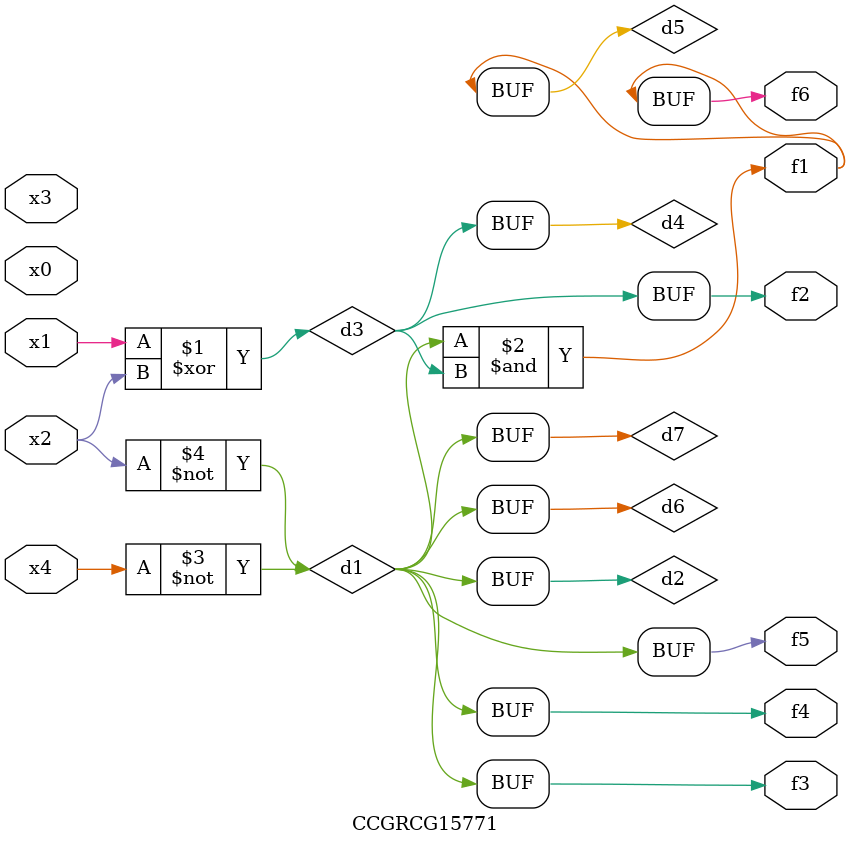
<source format=v>
module CCGRCG15771(
	input x0, x1, x2, x3, x4,
	output f1, f2, f3, f4, f5, f6
);

	wire d1, d2, d3, d4, d5, d6, d7;

	not (d1, x4);
	not (d2, x2);
	xor (d3, x1, x2);
	buf (d4, d3);
	and (d5, d1, d3);
	buf (d6, d1, d2);
	buf (d7, d2);
	assign f1 = d5;
	assign f2 = d4;
	assign f3 = d7;
	assign f4 = d7;
	assign f5 = d7;
	assign f6 = d5;
endmodule

</source>
